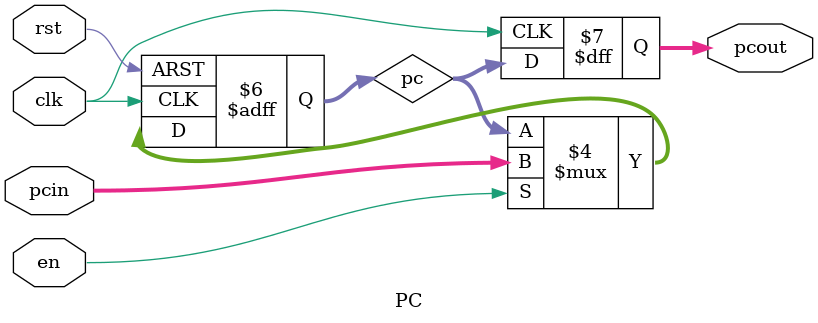
<source format=v>
`define ADDR_WIDTH 32
`define PC_WIDTH 32
module PC(
	input clk,
	input rst,
	input en,
	input [`ADDR_WIDTH - 1:0] pcin,
	output reg [`ADDR_WIDTH - 1:0]pcout
);

reg [`PC_WIDTH - 1:0] pc;


always@(posedge clk)
begin
	
	
	pcout <= pc;
end


always@(negedge clk, posedge rst)
begin
	if (rst)
	begin
		pc <= `PC_WIDTH'h00000000;
	end
	else if (en)
	begin
		pc <= pcin;	
	end
	else 
		pc <= pc;
	
end

endmodule

</source>
